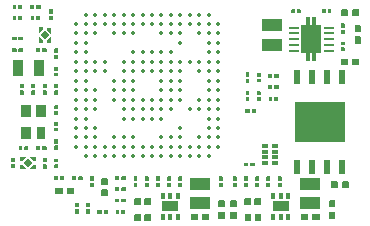
<source format=gtp>
G04 Layer: TopPasteMaskLayer*
G04 EasyEDA v6.5.21, 2022-10-22 16:28:30*
G04 167bdced229c4b2ca01845534b4d4eab,294cf934c43b457281b0b0dcd80bbfec,10*
G04 Gerber Generator version 0.2*
G04 Scale: 100 percent, Rotated: No, Reflected: No *
G04 Dimensions in millimeters *
G04 leading zeros omitted , absolute positions ,4 integer and 5 decimal *
%FSLAX45Y45*%
%MOMM*%

%AMMACRO1*21,1,$1,$2,0,0,$3*%
%AMMACRO2*4,1,5,0.2501,0.1749,0.2501,-0.1749,-0.2501,-0.1749,-0.2501,-0.1251,0.0499,0.1749,0.2501,0.1749,0*%
%AMMACRO3*4,1,6,-0.2249,-0.1751,-0.2249,0.1751,0.2249,0.1751,0.2249,0.125,0.2249,0.0749,-0.0251,-0.1751,-0.2249,-0.1751,0*%
%AMMACRO4*4,1,6,0.2249,-0.1749,-0.2249,-0.1749,-0.2249,0.1749,-0.0751,0.1749,-0.0251,0.1749,0.2249,-0.0751,0.2249,-0.1749,0*%
%AMMACRO5*4,1,6,-0.2251,0.1751,0.2251,0.1751,0.2251,-0.1751,0.1251,-0.1751,0.0249,-0.1751,-0.2251,0.0749,-0.2251,0.1751,0*%
%AMMACRO6*4,1,5,-0.1749,0.2501,0.1749,0.2501,0.1749,-0.2501,0.1251,-0.2501,-0.1749,0.0499,-0.1749,0.2501,0*%
%AMMACRO7*4,1,6,0.1751,-0.2249,-0.1751,-0.2249,-0.1751,0.2249,-0.125,0.2249,-0.0749,0.2249,0.1751,-0.0251,0.1751,-0.2249,0*%
%AMMACRO8*4,1,6,0.1749,0.2249,0.1749,-0.2249,-0.1749,-0.2249,-0.1749,-0.0751,-0.1749,-0.0251,0.0751,0.2249,0.1749,0.2249,0*%
%AMMACRO9*4,1,6,-0.1751,-0.2251,-0.1751,0.2251,0.1751,0.2251,0.1751,0.1251,0.1751,0.0249,-0.0749,-0.2251,-0.1751,-0.2251,0*%
%AMMACRO10*4,1,20,0.8255,-1.1989,0.39,-1.1989,0.39,-1.8999,0.11,-1.8999,0.11,-1.1989,-0.11,-1.1989,-0.11,-1.8999,-0.39,-1.8999,-0.39,-1.1989,-0.8255,-1.1989,-0.8255,1.1989,-0.39,1.1989,-0.39,1.8999,-0.11,1.8999,-0.11,1.1989,0.11,1.1989,0.11,1.8999,0.39,1.8999,0.39,1.1989,0.8255,1.1989,0.8255,-1.1989,0*%
%ADD10MACRO1,1X0.8X90.0000*%
%ADD11R,0.8000X1.0000*%
%ADD12MACRO1,1X0.8X-90.0000*%
%ADD13MACRO2*%
%ADD14MACRO3*%
%ADD15MACRO4*%
%ADD16MACRO5*%
%ADD17MACRO1,0.5X0.5X135.0000*%
%ADD18MACRO6*%
%ADD19MACRO7*%
%ADD20MACRO8*%
%ADD21MACRO9*%
%ADD22MACRO1,0.5X0.5X-135.0000*%
%ADD23MACRO1,1.3X0.925X90.0000*%
%ADD24R,1.7200X1.0000*%
%ADD25C,0.3401*%
%ADD26C,0.3400*%
%ADD27MACRO10*%
%ADD28R,0.8500X0.2800*%
%ADD29R,0.3500X0.5000*%
%ADD30R,1.4500X0.8500*%
%ADD31R,0.5050X0.3000*%
%ADD32MACRO1,0.505X0.3X0.0000*%
%ADD33R,0.6000X1.2000*%
%ADD34R,4.3000X3.4000*%
%ADD35R,0.0126X3.4000*%

%LPD*%
G36*
X2394000Y-372618D02*
G01*
X2386990Y-377596D01*
X2386990Y-422605D01*
X2394000Y-427634D01*
X2442006Y-427634D01*
X2446985Y-422605D01*
X2446985Y-377596D01*
X2442006Y-372618D01*
G37*
G36*
X2296007Y-372618D02*
G01*
X2290978Y-377596D01*
X2290978Y-422605D01*
X2296007Y-427634D01*
X2344013Y-427634D01*
X2351024Y-422605D01*
X2351024Y-377596D01*
X2344013Y-372618D01*
G37*
G36*
X1209090Y-647700D02*
G01*
X1202080Y-652678D01*
X1202080Y-697687D01*
X1209090Y-702716D01*
X1257096Y-702716D01*
X1262075Y-697687D01*
X1262075Y-652678D01*
X1257096Y-647700D01*
G37*
G36*
X1111097Y-647700D02*
G01*
X1106068Y-652678D01*
X1106068Y-697687D01*
X1111097Y-702716D01*
X1159103Y-702716D01*
X1166114Y-697687D01*
X1166114Y-652678D01*
X1159103Y-647700D01*
G37*
G36*
X2498902Y854405D02*
G01*
X2493873Y847445D01*
X2493873Y799439D01*
X2498902Y794410D01*
X2543911Y794410D01*
X2548890Y799439D01*
X2548890Y847445D01*
X2543911Y854405D01*
G37*
G36*
X2498902Y950417D02*
G01*
X2493873Y945438D01*
X2493873Y897432D01*
X2498902Y890422D01*
X2543911Y890422D01*
X2548890Y897432D01*
X2548890Y945438D01*
X2543911Y950417D01*
G37*
G36*
X2383383Y1084834D02*
G01*
X2378354Y1079855D01*
X2378354Y1034846D01*
X2383383Y1029868D01*
X2431389Y1029868D01*
X2438349Y1034846D01*
X2438349Y1079855D01*
X2431389Y1084834D01*
G37*
G36*
X2481376Y1084834D02*
G01*
X2474366Y1079855D01*
X2474366Y1034846D01*
X2481376Y1029868D01*
X2529382Y1029868D01*
X2534361Y1034846D01*
X2534361Y1079855D01*
X2529382Y1084834D01*
G37*
G36*
X2281478Y-628192D02*
G01*
X2276449Y-635152D01*
X2276449Y-683158D01*
X2281478Y-688187D01*
X2326487Y-688187D01*
X2331466Y-683158D01*
X2331466Y-635152D01*
X2326487Y-628192D01*
G37*
G36*
X2281478Y-532180D02*
G01*
X2276449Y-537159D01*
X2276449Y-585165D01*
X2281478Y-592175D01*
X2326487Y-592175D01*
X2331466Y-585165D01*
X2331466Y-537159D01*
X2326487Y-532180D01*
G37*
G36*
X64058Y-424942D02*
G01*
X57048Y-429920D01*
X57048Y-474929D01*
X64058Y-479958D01*
X112064Y-479958D01*
X117043Y-474929D01*
X117043Y-429920D01*
X112064Y-424942D01*
G37*
G36*
X-33934Y-424942D02*
G01*
X-38963Y-429920D01*
X-38963Y-474929D01*
X-33934Y-479958D01*
X14071Y-479958D01*
X21082Y-474929D01*
X21082Y-429920D01*
X14071Y-424942D01*
G37*
G36*
X352501Y-440486D02*
G01*
X347522Y-447497D01*
X347522Y-495503D01*
X352501Y-500481D01*
X397510Y-500481D01*
X402488Y-495503D01*
X402488Y-447497D01*
X397510Y-440486D01*
G37*
G36*
X352501Y-344525D02*
G01*
X347522Y-349504D01*
X347522Y-397510D01*
X352501Y-404520D01*
X397510Y-404520D01*
X402488Y-397510D01*
X402488Y-349504D01*
X397510Y-344525D01*
G37*
G36*
X2383383Y667512D02*
G01*
X2378354Y662533D01*
X2378354Y617524D01*
X2383383Y612546D01*
X2431389Y612546D01*
X2438349Y617524D01*
X2438349Y662533D01*
X2431389Y667512D01*
G37*
G36*
X2481376Y667512D02*
G01*
X2474366Y662533D01*
X2474366Y617524D01*
X2481376Y612546D01*
X2529382Y612546D01*
X2534361Y617524D01*
X2534361Y662533D01*
X2529382Y667512D01*
G37*
G36*
X2144064Y-647700D02*
G01*
X2137054Y-652678D01*
X2137054Y-697687D01*
X2144064Y-702716D01*
X2192070Y-702716D01*
X2197049Y-697687D01*
X2197049Y-652678D01*
X2192070Y-647700D01*
G37*
G36*
X2046071Y-647700D02*
G01*
X2041042Y-652678D01*
X2041042Y-697687D01*
X2046071Y-702716D01*
X2094077Y-702716D01*
X2101088Y-697687D01*
X2101088Y-652678D01*
X2094077Y-647700D01*
G37*
G36*
X1446580Y-628192D02*
G01*
X1441551Y-635152D01*
X1441551Y-683158D01*
X1446580Y-688187D01*
X1491589Y-688187D01*
X1496568Y-683158D01*
X1496568Y-635152D01*
X1491589Y-628192D01*
G37*
G36*
X1446580Y-532180D02*
G01*
X1441551Y-537159D01*
X1441551Y-585165D01*
X1446580Y-592175D01*
X1491589Y-592175D01*
X1496568Y-585165D01*
X1496568Y-537159D01*
X1491589Y-532180D01*
G37*
G36*
X1346504Y-628192D02*
G01*
X1341475Y-635152D01*
X1341475Y-683158D01*
X1346504Y-688187D01*
X1391513Y-688187D01*
X1396492Y-683158D01*
X1396492Y-635152D01*
X1391513Y-628192D01*
G37*
G36*
X1346504Y-532180D02*
G01*
X1341475Y-537159D01*
X1341475Y-585165D01*
X1346504Y-592175D01*
X1391513Y-592175D01*
X1396492Y-585165D01*
X1396492Y-537159D01*
X1391513Y-532180D01*
G37*
G36*
X-338937Y453288D02*
G01*
X-341376Y450900D01*
X-341376Y417931D01*
X-338937Y415543D01*
X-311353Y415543D01*
X-308965Y417931D01*
X-308965Y450900D01*
X-311353Y453288D01*
G37*
G36*
X-338937Y399338D02*
G01*
X-341376Y396951D01*
X-341376Y363982D01*
X-338937Y361594D01*
X-311353Y361594D01*
X-308965Y363982D01*
X-308965Y396951D01*
X-311353Y399338D01*
G37*
G36*
X-254457Y1121156D02*
G01*
X-256844Y1118717D01*
X-256844Y1091133D01*
X-254457Y1088745D01*
X-221488Y1088745D01*
X-219100Y1091133D01*
X-219100Y1118717D01*
X-221488Y1121156D01*
G37*
G36*
X-200507Y1121156D02*
G01*
X-202895Y1118717D01*
X-202895Y1091133D01*
X-200507Y1088745D01*
X-167538Y1088745D01*
X-165150Y1091133D01*
X-165150Y1118717D01*
X-167538Y1121156D01*
G37*
G36*
X-149656Y-76352D02*
G01*
X-152044Y-78740D01*
X-152044Y-106375D01*
X-149656Y-108762D01*
X-116738Y-108762D01*
X-114300Y-106375D01*
X-114300Y-78740D01*
X-116738Y-76352D01*
G37*
G36*
X-203606Y-76352D02*
G01*
X-205994Y-78740D01*
X-205994Y-106375D01*
X-203606Y-108762D01*
X-170688Y-108762D01*
X-168249Y-106375D01*
X-168249Y-78740D01*
X-170688Y-76352D01*
G37*
G36*
X-349656Y753618D02*
G01*
X-352044Y751230D01*
X-352044Y723646D01*
X-349656Y721258D01*
X-316738Y721258D01*
X-314299Y723646D01*
X-314299Y751230D01*
X-316738Y753618D01*
G37*
G36*
X-403606Y753618D02*
G01*
X-405993Y751230D01*
X-405993Y723646D01*
X-403606Y721258D01*
X-370687Y721258D01*
X-368249Y723646D01*
X-368249Y751230D01*
X-370687Y753618D01*
G37*
G36*
X-349656Y853643D02*
G01*
X-352044Y851255D01*
X-352044Y823620D01*
X-349656Y821232D01*
X-316738Y821232D01*
X-314299Y823620D01*
X-314299Y851255D01*
X-316738Y853643D01*
G37*
G36*
X-403606Y853643D02*
G01*
X-405993Y851255D01*
X-405993Y823620D01*
X-403606Y821232D01*
X-370687Y821232D01*
X-368249Y823620D01*
X-368249Y851255D01*
X-370687Y853643D01*
G37*
G36*
X-350520Y1026160D02*
G01*
X-352907Y1023721D01*
X-352907Y996137D01*
X-350520Y993749D01*
X-324104Y993749D01*
X-321716Y996137D01*
X-321716Y1023721D01*
X-324104Y1026160D01*
G37*
G36*
X-397916Y1026160D02*
G01*
X-400304Y1023721D01*
X-400304Y996137D01*
X-397916Y993749D01*
X-371500Y993749D01*
X-369112Y996137D01*
X-369112Y1023721D01*
X-371500Y1026160D01*
G37*
G36*
X-245414Y1026109D02*
G01*
X-247802Y1023721D01*
X-247802Y996137D01*
X-245414Y993749D01*
X-218998Y993749D01*
X-216611Y996137D01*
X-216611Y1023721D01*
X-218998Y1026109D01*
G37*
G36*
X-198018Y1026109D02*
G01*
X-200406Y1023721D01*
X-200406Y996137D01*
X-198018Y993749D01*
X-171602Y993749D01*
X-169214Y996137D01*
X-169214Y1023721D01*
X-171602Y1026109D01*
G37*
G36*
X-299669Y-76352D02*
G01*
X-302056Y-78740D01*
X-302056Y-106375D01*
X-299669Y-108762D01*
X-273253Y-108762D01*
X-270865Y-106375D01*
X-270865Y-78740D01*
X-273253Y-76352D01*
G37*
G36*
X-347065Y-76352D02*
G01*
X-349453Y-78740D01*
X-349453Y-106375D01*
X-347065Y-108762D01*
X-320649Y-108762D01*
X-318262Y-106375D01*
X-318262Y-78740D01*
X-320649Y-76352D01*
G37*
G36*
X-46482Y271729D02*
G01*
X-48869Y269341D01*
X-48869Y242925D01*
X-46482Y240538D01*
X-18846Y240538D01*
X-16459Y242925D01*
X-16459Y269341D01*
X-18846Y271729D01*
G37*
G36*
X-46482Y224332D02*
G01*
X-48869Y221945D01*
X-48869Y195529D01*
X-46482Y193141D01*
X-18846Y193141D01*
X-16459Y195529D01*
X-16459Y221945D01*
X-18846Y224332D01*
G37*
G36*
X-46482Y129235D02*
G01*
X-48869Y126847D01*
X-48869Y100431D01*
X-46482Y98044D01*
X-18846Y98044D01*
X-16459Y100431D01*
X-16459Y126847D01*
X-18846Y129235D01*
G37*
G36*
X-46482Y81838D02*
G01*
X-48869Y79451D01*
X-48869Y53035D01*
X-46482Y50596D01*
X-18846Y50596D01*
X-16459Y53035D01*
X-16459Y79451D01*
X-18846Y81838D01*
G37*
G36*
X-46482Y596747D02*
G01*
X-48869Y594360D01*
X-48869Y567944D01*
X-46482Y565556D01*
X-18846Y565556D01*
X-16459Y567944D01*
X-16459Y594360D01*
X-18846Y596747D01*
G37*
G36*
X-46482Y549351D02*
G01*
X-48869Y546912D01*
X-48869Y520496D01*
X-46482Y518109D01*
X-18846Y518109D01*
X-16459Y520496D01*
X-16459Y546912D01*
X-18846Y549351D01*
G37*
G36*
X-89814Y1031849D02*
G01*
X-92202Y1029462D01*
X-92202Y996492D01*
X-89814Y994105D01*
X-62230Y994105D01*
X-59791Y996492D01*
X-59791Y1029462D01*
X-62230Y1031849D01*
G37*
G36*
X-89814Y1085799D02*
G01*
X-92202Y1083360D01*
X-92202Y1050442D01*
X-89814Y1048054D01*
X-62230Y1048054D01*
X-59791Y1050442D01*
X-59791Y1083360D01*
X-62230Y1085799D01*
G37*
G36*
X-203606Y753618D02*
G01*
X-205994Y751230D01*
X-205994Y723646D01*
X-203606Y721258D01*
X-170688Y721258D01*
X-168249Y723646D01*
X-168249Y751230D01*
X-170688Y753618D01*
G37*
G36*
X-149656Y753618D02*
G01*
X-152044Y751230D01*
X-152044Y723646D01*
X-149656Y721258D01*
X-116738Y721258D01*
X-114300Y723646D01*
X-114300Y751230D01*
X-116738Y753618D01*
G37*
G36*
X-350520Y1121156D02*
G01*
X-352907Y1118717D01*
X-352907Y1091133D01*
X-350520Y1088745D01*
X-324104Y1088745D01*
X-321716Y1091133D01*
X-321716Y1118717D01*
X-324104Y1121156D01*
G37*
G36*
X-397916Y1121156D02*
G01*
X-400304Y1118717D01*
X-400304Y1091133D01*
X-397916Y1088745D01*
X-371500Y1088745D01*
X-369112Y1091133D01*
X-369112Y1118717D01*
X-371500Y1121156D01*
G37*
G36*
X474573Y-613867D02*
G01*
X472185Y-616254D01*
X472185Y-643839D01*
X474573Y-646277D01*
X500989Y-646277D01*
X503377Y-643839D01*
X503377Y-616254D01*
X500989Y-613867D01*
G37*
G36*
X521970Y-613867D02*
G01*
X519582Y-616254D01*
X519582Y-643839D01*
X521970Y-646277D01*
X548386Y-646277D01*
X550824Y-643839D01*
X550824Y-616254D01*
X548386Y-613867D01*
G37*
G36*
X1570532Y241147D02*
G01*
X1568145Y238760D01*
X1568145Y211124D01*
X1570532Y208737D01*
X1603502Y208737D01*
X1605889Y211124D01*
X1605889Y238760D01*
X1603502Y241147D01*
G37*
G36*
X1624533Y241147D02*
G01*
X1622094Y238760D01*
X1622094Y211124D01*
X1624533Y208737D01*
X1657451Y208737D01*
X1659839Y211124D01*
X1659839Y238760D01*
X1657451Y241147D01*
G37*
G36*
X1769567Y343662D02*
G01*
X1767179Y341223D01*
X1767179Y313639D01*
X1769567Y311251D01*
X1795983Y311251D01*
X1798370Y313639D01*
X1798370Y341223D01*
X1795983Y343662D01*
G37*
G36*
X1817014Y343662D02*
G01*
X1814575Y341223D01*
X1814575Y313639D01*
X1817014Y311251D01*
X1843379Y311251D01*
X1845818Y313639D01*
X1845818Y341223D01*
X1843379Y343662D01*
G37*
G36*
X-46482Y-228142D02*
G01*
X-48869Y-230581D01*
X-48869Y-256997D01*
X-46482Y-259384D01*
X-18846Y-259384D01*
X-16459Y-256997D01*
X-16459Y-230581D01*
X-18846Y-228142D01*
G37*
G36*
X-46482Y-180746D02*
G01*
X-48869Y-183134D01*
X-48869Y-209550D01*
X-46482Y-211937D01*
X-18846Y-211937D01*
X-16459Y-209550D01*
X-16459Y-183134D01*
X-18846Y-180746D01*
G37*
G36*
X1667713Y496824D02*
G01*
X1665274Y494436D01*
X1665274Y468020D01*
X1667713Y465632D01*
X1695297Y465632D01*
X1697685Y468020D01*
X1697685Y494436D01*
X1695297Y496824D01*
G37*
G36*
X1667713Y544271D02*
G01*
X1665274Y541832D01*
X1665274Y515416D01*
X1667713Y513029D01*
X1695297Y513029D01*
X1697685Y515416D01*
X1697685Y541832D01*
X1695297Y544271D01*
G37*
G36*
X1667713Y341833D02*
G01*
X1665274Y339445D01*
X1665274Y313029D01*
X1667713Y310642D01*
X1695297Y310642D01*
X1697685Y313029D01*
X1697685Y339445D01*
X1695297Y341833D01*
G37*
G36*
X1667713Y389229D02*
G01*
X1665274Y386842D01*
X1665274Y360426D01*
X1667713Y358038D01*
X1695297Y358038D01*
X1697685Y360426D01*
X1697685Y386842D01*
X1695297Y389229D01*
G37*
G36*
X2222093Y1083614D02*
G01*
X2219655Y1081227D01*
X2219655Y1053642D01*
X2222093Y1051255D01*
X2248509Y1051255D01*
X2250897Y1053642D01*
X2250897Y1081227D01*
X2248509Y1083614D01*
G37*
G36*
X2269490Y1083614D02*
G01*
X2267102Y1081227D01*
X2267102Y1053642D01*
X2269490Y1051255D01*
X2295906Y1051255D01*
X2298293Y1053642D01*
X2298293Y1081227D01*
X2295906Y1083614D01*
G37*
G36*
X1962099Y1083614D02*
G01*
X1959660Y1081227D01*
X1959660Y1053642D01*
X1962099Y1051255D01*
X1988515Y1051255D01*
X1990902Y1053642D01*
X1990902Y1081227D01*
X1988515Y1083614D01*
G37*
G36*
X2009495Y1083614D02*
G01*
X2007107Y1081227D01*
X2007107Y1053642D01*
X2009495Y1051255D01*
X2035911Y1051255D01*
X2038299Y1053642D01*
X2038299Y1081227D01*
X2035911Y1083614D01*
G37*
G36*
X2380183Y761847D02*
G01*
X2377795Y759460D01*
X2377795Y733044D01*
X2380183Y730605D01*
X2407767Y730605D01*
X2410206Y733044D01*
X2410206Y759460D01*
X2407767Y761847D01*
G37*
G36*
X2380183Y809244D02*
G01*
X2377795Y806856D01*
X2377795Y780440D01*
X2380183Y778052D01*
X2407767Y778052D01*
X2410206Y780440D01*
X2410206Y806856D01*
X2407767Y809244D01*
G37*
G36*
X1611985Y-213867D02*
G01*
X1609598Y-216255D01*
X1609598Y-243890D01*
X1611985Y-246278D01*
X1644954Y-246278D01*
X1647342Y-243890D01*
X1647342Y-216255D01*
X1644954Y-213867D01*
G37*
G36*
X1558036Y-213867D02*
G01*
X1555648Y-216255D01*
X1555648Y-243890D01*
X1558036Y-246278D01*
X1591005Y-246278D01*
X1593392Y-243890D01*
X1593392Y-216255D01*
X1591005Y-213867D01*
G37*
G36*
X1655216Y-329234D02*
G01*
X1652778Y-331622D01*
X1652778Y-364591D01*
X1655216Y-366979D01*
X1682800Y-366979D01*
X1685188Y-364591D01*
X1685188Y-331622D01*
X1682800Y-329234D01*
G37*
G36*
X1655216Y-383184D02*
G01*
X1652778Y-385572D01*
X1652778Y-418490D01*
X1655216Y-420928D01*
X1682800Y-420928D01*
X1685188Y-418490D01*
X1685188Y-385572D01*
X1682800Y-383184D01*
G37*
G36*
X1572717Y395782D02*
G01*
X1570278Y393344D01*
X1570278Y360426D01*
X1572717Y358038D01*
X1600301Y358038D01*
X1602689Y360426D01*
X1602689Y393344D01*
X1600301Y395782D01*
G37*
G36*
X1572717Y341833D02*
G01*
X1570278Y339445D01*
X1570278Y306476D01*
X1572717Y304088D01*
X1600301Y304088D01*
X1602689Y306476D01*
X1602689Y339445D01*
X1600301Y341833D01*
G37*
G36*
X1750212Y-329234D02*
G01*
X1747774Y-331622D01*
X1747774Y-364591D01*
X1750212Y-366979D01*
X1777796Y-366979D01*
X1780184Y-364591D01*
X1780184Y-331622D01*
X1777796Y-329234D01*
G37*
G36*
X1750212Y-383184D02*
G01*
X1747774Y-385572D01*
X1747774Y-418541D01*
X1750212Y-420928D01*
X1777796Y-420928D01*
X1780184Y-418541D01*
X1780184Y-385572D01*
X1777796Y-383184D01*
G37*
G36*
X2380183Y965758D02*
G01*
X2377795Y963371D01*
X2377795Y930452D01*
X2380183Y928014D01*
X2407767Y928014D01*
X2410206Y930452D01*
X2410206Y963371D01*
X2407767Y965758D01*
G37*
G36*
X2380183Y911860D02*
G01*
X2377795Y909421D01*
X2377795Y876503D01*
X2380183Y874115D01*
X2407767Y874115D01*
X2410206Y876503D01*
X2410206Y909421D01*
X2407767Y911860D01*
G37*
G36*
X1465173Y-329234D02*
G01*
X1462786Y-331622D01*
X1462786Y-364591D01*
X1465173Y-366979D01*
X1492808Y-366979D01*
X1495196Y-364591D01*
X1495196Y-331622D01*
X1492808Y-329234D01*
G37*
G36*
X1465173Y-383184D02*
G01*
X1462786Y-385572D01*
X1462786Y-418541D01*
X1465173Y-420928D01*
X1492808Y-420928D01*
X1495196Y-418541D01*
X1495196Y-385572D01*
X1492808Y-383184D01*
G37*
G36*
X1560169Y-383184D02*
G01*
X1557782Y-385572D01*
X1557782Y-418541D01*
X1560169Y-420928D01*
X1587804Y-420928D01*
X1590192Y-418541D01*
X1590192Y-385572D01*
X1587804Y-383184D01*
G37*
G36*
X1560169Y-329234D02*
G01*
X1557782Y-331622D01*
X1557782Y-364591D01*
X1560169Y-366979D01*
X1587804Y-366979D01*
X1590192Y-364591D01*
X1590192Y-331622D01*
X1587804Y-329234D01*
G37*
G36*
X1845208Y-329234D02*
G01*
X1842770Y-331622D01*
X1842770Y-364591D01*
X1845208Y-366979D01*
X1872792Y-366979D01*
X1875180Y-364591D01*
X1875180Y-331622D01*
X1872792Y-329234D01*
G37*
G36*
X1845208Y-383184D02*
G01*
X1842770Y-385572D01*
X1842770Y-418541D01*
X1845208Y-420928D01*
X1872792Y-420928D01*
X1875180Y-418541D01*
X1875180Y-385572D01*
X1872792Y-383184D01*
G37*
G36*
X-51968Y-328879D02*
G01*
X-54356Y-331266D01*
X-54356Y-358851D01*
X-51968Y-361238D01*
X-18999Y-361238D01*
X-16611Y-358851D01*
X-16611Y-331266D01*
X-18999Y-328879D01*
G37*
G36*
X1981Y-328879D02*
G01*
X-406Y-331266D01*
X-406Y-358851D01*
X1981Y-361238D01*
X34950Y-361238D01*
X37338Y-358851D01*
X37338Y-331266D01*
X34950Y-328879D01*
G37*
G36*
X1572717Y550773D02*
G01*
X1570278Y548386D01*
X1570278Y515416D01*
X1572717Y513029D01*
X1600301Y513029D01*
X1602689Y515416D01*
X1602689Y548386D01*
X1600301Y550773D01*
G37*
G36*
X1572717Y496824D02*
G01*
X1570278Y494436D01*
X1570278Y461467D01*
X1572717Y459079D01*
X1600301Y459079D01*
X1602689Y461467D01*
X1602689Y494436D01*
X1600301Y496824D01*
G37*
G36*
X256184Y-383082D02*
G01*
X253796Y-385521D01*
X253796Y-418439D01*
X256184Y-420827D01*
X283819Y-420827D01*
X286207Y-418439D01*
X286207Y-385521D01*
X283819Y-383082D01*
G37*
G36*
X256184Y-329133D02*
G01*
X253796Y-331571D01*
X253796Y-364490D01*
X256184Y-366877D01*
X283819Y-366877D01*
X286207Y-364490D01*
X286207Y-331571D01*
X283819Y-329133D01*
G37*
G36*
X-46482Y-68173D02*
G01*
X-48869Y-70561D01*
X-48869Y-103530D01*
X-46482Y-105918D01*
X-18846Y-105918D01*
X-16459Y-103530D01*
X-16459Y-70561D01*
X-18846Y-68173D01*
G37*
G36*
X-46482Y-14224D02*
G01*
X-48869Y-16611D01*
X-48869Y-49580D01*
X-46482Y-51968D01*
X-18846Y-51968D01*
X-16459Y-49580D01*
X-16459Y-16611D01*
X-18846Y-14224D01*
G37*
G36*
X-46482Y399338D02*
G01*
X-48869Y396951D01*
X-48869Y363982D01*
X-46482Y361594D01*
X-18846Y361594D01*
X-16459Y363982D01*
X-16459Y396951D01*
X-18846Y399338D01*
G37*
G36*
X-46482Y453288D02*
G01*
X-48869Y450900D01*
X-48869Y417931D01*
X-46482Y415543D01*
X-18846Y415543D01*
X-16459Y417931D01*
X-16459Y450900D01*
X-18846Y453288D01*
G37*
G36*
X-143967Y453288D02*
G01*
X-146354Y450900D01*
X-146354Y417931D01*
X-143967Y415543D01*
X-116382Y415543D01*
X-113944Y417931D01*
X-113944Y450900D01*
X-116382Y453288D01*
G37*
G36*
X-143967Y399338D02*
G01*
X-146354Y396951D01*
X-146354Y363982D01*
X-143967Y361594D01*
X-116382Y361594D01*
X-113944Y363982D01*
X-113944Y396951D01*
X-116382Y399338D01*
G37*
G36*
X-241452Y399338D02*
G01*
X-243840Y396951D01*
X-243840Y363982D01*
X-241452Y361594D01*
X-213867Y361594D01*
X-211480Y363982D01*
X-211480Y396951D01*
X-213867Y399338D01*
G37*
G36*
X-241452Y453288D02*
G01*
X-243840Y450900D01*
X-243840Y417931D01*
X-241452Y415543D01*
X-213867Y415543D01*
X-211480Y417931D01*
X-211480Y450900D01*
X-213867Y453288D01*
G37*
G36*
X128676Y-554177D02*
G01*
X126288Y-556564D01*
X126288Y-589483D01*
X128676Y-591921D01*
X156311Y-591921D01*
X158699Y-589483D01*
X158699Y-556564D01*
X156311Y-554177D01*
G37*
G36*
X128676Y-608076D02*
G01*
X126288Y-610514D01*
X126288Y-643432D01*
X128676Y-645820D01*
X156311Y-645820D01*
X158699Y-643432D01*
X158699Y-610514D01*
X156311Y-608076D01*
G37*
G36*
X468071Y-518871D02*
G01*
X465632Y-521258D01*
X465632Y-548843D01*
X468071Y-551281D01*
X500989Y-551281D01*
X503377Y-548843D01*
X503377Y-521258D01*
X500989Y-518871D01*
G37*
G36*
X521970Y-518871D02*
G01*
X519582Y-521258D01*
X519582Y-548843D01*
X521970Y-551281D01*
X554939Y-551281D01*
X557326Y-548843D01*
X557326Y-521258D01*
X554939Y-518871D01*
G37*
G36*
X223723Y-608076D02*
G01*
X221284Y-610514D01*
X221284Y-643432D01*
X223723Y-645820D01*
X251307Y-645820D01*
X253695Y-643432D01*
X253695Y-610514D01*
X251307Y-608076D01*
G37*
G36*
X223723Y-554177D02*
G01*
X221284Y-556564D01*
X221284Y-589483D01*
X223723Y-591921D01*
X251307Y-591921D01*
X253695Y-589483D01*
X253695Y-556564D01*
X251307Y-554177D01*
G37*
G36*
X-46482Y753262D02*
G01*
X-48869Y750874D01*
X-48869Y717956D01*
X-46482Y715518D01*
X-18846Y715518D01*
X-16459Y717956D01*
X-16459Y750874D01*
X-18846Y753262D01*
G37*
G36*
X-46482Y699312D02*
G01*
X-48869Y696925D01*
X-48869Y664006D01*
X-46482Y661568D01*
X-18846Y661568D01*
X-16459Y664006D01*
X-16459Y696925D01*
X-18846Y699312D01*
G37*
G36*
X157022Y-328879D02*
G01*
X154584Y-331266D01*
X154584Y-358851D01*
X157022Y-361289D01*
X189941Y-361289D01*
X192328Y-358851D01*
X192328Y-331266D01*
X189941Y-328879D01*
G37*
G36*
X103073Y-328879D02*
G01*
X100685Y-331266D01*
X100685Y-358851D01*
X103073Y-361289D01*
X135991Y-361289D01*
X138430Y-358851D01*
X138430Y-331266D01*
X135991Y-328879D01*
G37*
G36*
X319074Y-613816D02*
G01*
X316636Y-616204D01*
X316636Y-643788D01*
X319074Y-646176D01*
X351993Y-646176D01*
X354380Y-643788D01*
X354380Y-616204D01*
X351993Y-613816D01*
G37*
G36*
X372973Y-613816D02*
G01*
X370586Y-616204D01*
X370586Y-643788D01*
X372973Y-646176D01*
X405942Y-646176D01*
X408330Y-643788D01*
X408330Y-616204D01*
X405942Y-613816D01*
G37*
G36*
X1005179Y-329234D02*
G01*
X1002792Y-331622D01*
X1002792Y-364591D01*
X1005179Y-366979D01*
X1032814Y-366979D01*
X1035202Y-364591D01*
X1035202Y-331622D01*
X1032814Y-329234D01*
G37*
G36*
X1005179Y-383184D02*
G01*
X1002792Y-385572D01*
X1002792Y-418541D01*
X1005179Y-420928D01*
X1032814Y-420928D01*
X1035202Y-418541D01*
X1035202Y-385572D01*
X1032814Y-383184D01*
G37*
G36*
X521970Y-423875D02*
G01*
X519582Y-426262D01*
X519582Y-453898D01*
X521970Y-456285D01*
X554939Y-456285D01*
X557326Y-453898D01*
X557326Y-426262D01*
X554939Y-423875D01*
G37*
G36*
X468071Y-423875D02*
G01*
X465632Y-426262D01*
X465632Y-453898D01*
X468071Y-456285D01*
X500989Y-456285D01*
X503377Y-453898D01*
X503377Y-426262D01*
X500989Y-423875D01*
G37*
G36*
X1347673Y-383184D02*
G01*
X1345285Y-385572D01*
X1345285Y-418541D01*
X1347673Y-420928D01*
X1375308Y-420928D01*
X1377696Y-418541D01*
X1377696Y-385572D01*
X1375308Y-383184D01*
G37*
G36*
X1347673Y-329234D02*
G01*
X1345285Y-331622D01*
X1345285Y-364591D01*
X1347673Y-366979D01*
X1375308Y-366979D01*
X1377696Y-364591D01*
X1377696Y-331622D01*
X1375308Y-329234D01*
G37*
G36*
X910183Y-383184D02*
G01*
X907796Y-385572D01*
X907796Y-418490D01*
X910183Y-420928D01*
X937768Y-420928D01*
X940206Y-418490D01*
X940206Y-385572D01*
X937768Y-383184D01*
G37*
G36*
X910183Y-329234D02*
G01*
X907796Y-331622D01*
X907796Y-364591D01*
X910183Y-366979D01*
X937768Y-366979D01*
X940206Y-364591D01*
X940206Y-331622D01*
X937768Y-329234D01*
G37*
G36*
X815187Y-329234D02*
G01*
X812800Y-331622D01*
X812800Y-364591D01*
X815187Y-366979D01*
X842771Y-366979D01*
X845210Y-364591D01*
X845210Y-331622D01*
X842771Y-329234D01*
G37*
G36*
X815187Y-383184D02*
G01*
X812800Y-385572D01*
X812800Y-418541D01*
X815187Y-420928D01*
X842771Y-420928D01*
X845210Y-418541D01*
X845210Y-385572D01*
X842771Y-383184D01*
G37*
G36*
X720191Y-383184D02*
G01*
X717804Y-385572D01*
X717804Y-418490D01*
X720191Y-420928D01*
X747776Y-420928D01*
X750163Y-418490D01*
X750163Y-385572D01*
X747776Y-383184D01*
G37*
G36*
X720191Y-329234D02*
G01*
X717804Y-331622D01*
X717804Y-364591D01*
X720191Y-366979D01*
X747776Y-366979D01*
X750163Y-364591D01*
X750163Y-331622D01*
X747776Y-329234D01*
G37*
G36*
X625195Y-329234D02*
G01*
X622808Y-331622D01*
X622808Y-364591D01*
X625195Y-366979D01*
X652780Y-366979D01*
X655167Y-364591D01*
X655167Y-331622D01*
X652780Y-329234D01*
G37*
G36*
X625195Y-383184D02*
G01*
X622808Y-385572D01*
X622808Y-418490D01*
X625195Y-420928D01*
X652780Y-420928D01*
X655167Y-418490D01*
X655167Y-385572D01*
X652780Y-383184D01*
G37*
G36*
X1651507Y-650544D02*
G01*
X1647494Y-654558D01*
X1647494Y-700582D01*
X1651507Y-704545D01*
X1701546Y-704545D01*
X1705559Y-700582D01*
X1705559Y-654558D01*
X1701546Y-650544D01*
G37*
G36*
X1566418Y-650544D02*
G01*
X1562455Y-654558D01*
X1562455Y-700582D01*
X1566418Y-704545D01*
X1616506Y-704545D01*
X1620520Y-700582D01*
X1620520Y-654558D01*
X1616506Y-650544D01*
G37*
G36*
X1563928Y-515569D02*
G01*
X1559915Y-519582D01*
X1559915Y-565556D01*
X1563928Y-569569D01*
X1614017Y-569569D01*
X1617980Y-565556D01*
X1617980Y-519582D01*
X1614017Y-515569D01*
G37*
G36*
X1649018Y-515569D02*
G01*
X1645005Y-519582D01*
X1645005Y-565556D01*
X1649018Y-569569D01*
X1699056Y-569569D01*
X1703070Y-565556D01*
X1703070Y-519582D01*
X1699056Y-515569D01*
G37*
G36*
X631444Y-515569D02*
G01*
X627430Y-519582D01*
X627430Y-565556D01*
X631444Y-569569D01*
X681482Y-569569D01*
X685495Y-565556D01*
X685495Y-519582D01*
X681482Y-515569D01*
G37*
G36*
X716483Y-515569D02*
G01*
X712520Y-519582D01*
X712520Y-565556D01*
X716483Y-569569D01*
X766572Y-569569D01*
X770585Y-565556D01*
X770585Y-519582D01*
X766572Y-515569D01*
G37*
G36*
X716483Y-650544D02*
G01*
X712520Y-654558D01*
X712520Y-700582D01*
X716483Y-704545D01*
X766572Y-704545D01*
X770585Y-700582D01*
X770585Y-654558D01*
X766572Y-650544D01*
G37*
G36*
X631444Y-650544D02*
G01*
X627430Y-654558D01*
X627430Y-700582D01*
X631444Y-704545D01*
X681482Y-704545D01*
X685495Y-700582D01*
X685495Y-654558D01*
X681482Y-650544D01*
G37*
G36*
X1817014Y443636D02*
G01*
X1814575Y441248D01*
X1814575Y413613D01*
X1817014Y411226D01*
X1849932Y411226D01*
X1852320Y413613D01*
X1852320Y441248D01*
X1849932Y443636D01*
G37*
G36*
X1763064Y443636D02*
G01*
X1760626Y441248D01*
X1760626Y413613D01*
X1763064Y411226D01*
X1795983Y411226D01*
X1798370Y413613D01*
X1798370Y441248D01*
X1795983Y443636D01*
G37*
G36*
X1763064Y538632D02*
G01*
X1760626Y536244D01*
X1760626Y508660D01*
X1763064Y506222D01*
X1795983Y506222D01*
X1798370Y508660D01*
X1798370Y536244D01*
X1795983Y538632D01*
G37*
G36*
X1817014Y538632D02*
G01*
X1814575Y536244D01*
X1814575Y508660D01*
X1817014Y506222D01*
X1849932Y506222D01*
X1852320Y508660D01*
X1852320Y536244D01*
X1849932Y538632D01*
G37*
G36*
X-143967Y-174193D02*
G01*
X-146354Y-176631D01*
X-146354Y-209550D01*
X-143967Y-211937D01*
X-116382Y-211937D01*
X-113944Y-209550D01*
X-113944Y-176631D01*
X-116382Y-174193D01*
G37*
G36*
X-143967Y-228142D02*
G01*
X-146354Y-230581D01*
X-146354Y-263499D01*
X-143967Y-265887D01*
X-116382Y-265887D01*
X-113944Y-263499D01*
X-113944Y-230581D01*
X-116382Y-228142D01*
G37*
G36*
X-411480Y-225653D02*
G01*
X-413867Y-228041D01*
X-413867Y-261010D01*
X-411480Y-263398D01*
X-383844Y-263398D01*
X-381457Y-261010D01*
X-381457Y-228041D01*
X-383844Y-225653D01*
G37*
G36*
X-411480Y-171704D02*
G01*
X-413867Y-174142D01*
X-413867Y-207060D01*
X-411480Y-209448D01*
X-383844Y-209448D01*
X-381457Y-207060D01*
X-381457Y-174142D01*
X-383844Y-171704D01*
G37*
G36*
X468071Y-328879D02*
G01*
X465632Y-331266D01*
X465632Y-358851D01*
X468071Y-361289D01*
X500989Y-361289D01*
X503377Y-358851D01*
X503377Y-331266D01*
X500989Y-328879D01*
G37*
G36*
X521970Y-328879D02*
G01*
X519582Y-331266D01*
X519582Y-358851D01*
X521970Y-361289D01*
X554939Y-361289D01*
X557326Y-358851D01*
X557326Y-331266D01*
X554939Y-328879D01*
G37*
D10*
G01*
X-285165Y219923D03*
G01*
X-285150Y39938D03*
D11*
G01*
X-165160Y39944D03*
D12*
G01*
X-165176Y219933D03*
D13*
G01*
X-232671Y-252568D03*
D14*
G01*
X-310169Y-182571D03*
D15*
G01*
X-310169Y-252568D03*
D16*
G01*
X-230172Y-182571D03*
D17*
G01*
X-270177Y-217576D03*
D18*
G01*
X-95159Y904925D03*
D19*
G01*
X-165157Y827427D03*
D20*
G01*
X-95159Y827427D03*
D21*
G01*
X-165157Y907425D03*
D22*
G01*
X-130152Y867420D03*
D23*
G01*
X-353909Y584934D03*
G01*
X-181410Y584934D03*
D24*
G01*
X1794017Y782132D03*
G01*
X1794017Y947714D03*
G01*
X1183985Y-557870D03*
G01*
X1183985Y-392287D03*
G01*
X2118984Y-557870D03*
G01*
X2118984Y-392287D03*
D25*
G01*
X1339001Y959906D03*
G01*
X1339001Y879922D03*
G01*
X1339001Y799912D03*
G01*
X1339001Y719927D03*
G01*
X1339001Y639917D03*
G01*
X1339001Y559907D03*
G01*
X1339001Y479922D03*
G01*
X1339001Y399912D03*
G01*
X1339001Y319928D03*
G01*
X1339001Y239918D03*
G01*
X1339001Y159908D03*
G01*
X1339001Y79923D03*
G01*
X1339001Y-86D03*
G01*
X1339001Y-80070D03*
G01*
X1258991Y1039916D03*
G01*
X1258991Y959906D03*
G01*
X1258991Y879922D03*
G01*
X1258991Y799912D03*
G01*
X1258991Y719927D03*
G01*
X1258991Y639917D03*
G01*
X1258991Y559907D03*
G01*
X1258991Y479922D03*
G01*
X1258991Y399912D03*
G01*
X1258991Y319928D03*
G01*
X1258991Y239918D03*
G01*
X1258991Y159908D03*
G01*
X1258991Y79923D03*
G01*
X1258991Y-86D03*
G01*
X1258991Y-80070D03*
G01*
X1258991Y-160080D03*
G01*
X1179007Y1039916D03*
G01*
X1179007Y959906D03*
G01*
X1179007Y879922D03*
G01*
X1179007Y639917D03*
G01*
X1179007Y559907D03*
G01*
X1179007Y319928D03*
G01*
X1179007Y239918D03*
G01*
X1179007Y-86D03*
G01*
X1179007Y-80070D03*
G01*
X1179007Y-160080D03*
G01*
X1098997Y1039916D03*
G01*
X1098997Y959906D03*
G01*
X1098997Y639917D03*
G01*
X1098997Y239918D03*
G01*
X1098997Y-80070D03*
G01*
X1098997Y-160080D03*
G01*
X1019012Y1039916D03*
G01*
X1019012Y959906D03*
G01*
X1019012Y879922D03*
G01*
X1019012Y799912D03*
G01*
X1019012Y639917D03*
G01*
X1019012Y559907D03*
G01*
X1019012Y479922D03*
G01*
X1019012Y399912D03*
G01*
X1019012Y319928D03*
G01*
X1019012Y79923D03*
G01*
X1019012Y-86D03*
G01*
X1019012Y-80070D03*
G01*
X1019012Y-160080D03*
G01*
X939002Y1039916D03*
G01*
X939002Y959906D03*
G01*
X939002Y879922D03*
G01*
X939002Y719927D03*
G01*
X939002Y639917D03*
G01*
X939002Y559907D03*
G01*
X939002Y479922D03*
G01*
X939002Y399912D03*
G01*
X939002Y319928D03*
G01*
X939002Y239918D03*
G01*
X939002Y-86D03*
G01*
X939002Y-80070D03*
G01*
X939002Y-160080D03*
G01*
X858992Y1039916D03*
G01*
X858992Y959906D03*
G01*
X858992Y879922D03*
G01*
X858992Y719927D03*
G01*
X858992Y639917D03*
G01*
X858992Y559907D03*
G01*
X858992Y479922D03*
G01*
X858992Y399912D03*
G01*
X858992Y319928D03*
G01*
X858992Y239918D03*
G01*
X858992Y159908D03*
G01*
X858992Y-86D03*
G01*
X858992Y-80070D03*
G01*
X858992Y-160080D03*
G01*
X779007Y1039916D03*
G01*
X779007Y959906D03*
G01*
X779007Y719927D03*
G01*
X779007Y639917D03*
G01*
X779007Y559907D03*
G01*
X779007Y319928D03*
G01*
X779007Y239918D03*
G01*
X779007Y159908D03*
G01*
X779007Y-80070D03*
G01*
X779007Y-160080D03*
G01*
X698997Y1039916D03*
G01*
X698997Y959906D03*
G01*
X698997Y719927D03*
G01*
X698997Y639917D03*
G01*
X698997Y559907D03*
G01*
X698997Y319928D03*
G01*
X698997Y239918D03*
G01*
X698997Y159908D03*
G01*
X698997Y-80070D03*
G01*
X698997Y-160080D03*
G01*
X619013Y1039916D03*
G01*
X619013Y959906D03*
G01*
X619013Y879922D03*
G01*
X619013Y719927D03*
G01*
X619013Y639917D03*
G01*
X619013Y559907D03*
G01*
X619013Y479922D03*
G01*
X619013Y399912D03*
G01*
X619013Y319928D03*
G01*
X619013Y239918D03*
G01*
X619013Y159908D03*
G01*
X619013Y-86D03*
G01*
X619013Y-80070D03*
G01*
X619013Y-160080D03*
G01*
X539003Y1039916D03*
G01*
X539003Y959906D03*
G01*
X539003Y879922D03*
G01*
X539003Y639917D03*
G01*
X539003Y559907D03*
G01*
X539003Y479922D03*
G01*
X539003Y399912D03*
G01*
X539003Y319928D03*
G01*
X539003Y239918D03*
G01*
X539003Y159908D03*
G01*
X539003Y-86D03*
G01*
X539003Y-80070D03*
G01*
X539003Y-160080D03*
G01*
X458993Y1039916D03*
G01*
X458993Y959906D03*
G01*
X458993Y879922D03*
G01*
X458993Y479922D03*
G01*
X458993Y399912D03*
G01*
X458993Y319928D03*
G01*
X458993Y-86D03*
G01*
X458993Y-80070D03*
G01*
X458993Y-160080D03*
G01*
X379008Y1039916D03*
G01*
X379008Y959906D03*
G01*
X379008Y639917D03*
G01*
X379008Y559907D03*
G01*
X379008Y-80070D03*
G01*
X379008Y-160080D03*
G01*
X298998Y1039916D03*
D26*
G01*
X298998Y959906D03*
D25*
G01*
X298998Y879922D03*
G01*
X298998Y639917D03*
G01*
X298998Y559907D03*
G01*
X298998Y399912D03*
G01*
X298998Y319928D03*
G01*
X298998Y239918D03*
G01*
X298998Y79923D03*
G01*
X298998Y-86D03*
G01*
X298998Y-80070D03*
G01*
X298998Y-160080D03*
G01*
X219014Y1039916D03*
G01*
X219014Y959906D03*
G01*
X219014Y879922D03*
G01*
X219014Y799912D03*
G01*
X219014Y719927D03*
G01*
X219014Y639917D03*
G01*
X219014Y559907D03*
G01*
X219014Y479922D03*
G01*
X219014Y399912D03*
G01*
X219014Y319928D03*
G01*
X219014Y239918D03*
G01*
X219014Y159908D03*
G01*
X219014Y79923D03*
G01*
X219014Y-86D03*
G01*
X219014Y-80070D03*
G01*
X219014Y-160080D03*
G01*
X139004Y959906D03*
G01*
X139004Y879922D03*
G01*
X139004Y799912D03*
G01*
X139004Y719927D03*
G01*
X139004Y639917D03*
G01*
X139004Y559907D03*
G01*
X139004Y479922D03*
G01*
X139004Y399912D03*
G01*
X139004Y319928D03*
G01*
X139004Y239918D03*
G01*
X139004Y159908D03*
G01*
X139004Y79923D03*
G01*
X139004Y-86D03*
G01*
X139004Y-80070D03*
D27*
G01*
X2129000Y829932D03*
D28*
G01*
X2276490Y929934D03*
G01*
X2276490Y879972D03*
G01*
X2276490Y829934D03*
G01*
X2276490Y779922D03*
G01*
X2276490Y729935D03*
G01*
X1981494Y729935D03*
G01*
X1981494Y779896D03*
G01*
X1981494Y829934D03*
G01*
X1981494Y879972D03*
G01*
X1981494Y929934D03*
D29*
G01*
X869000Y-677580D03*
G01*
X933998Y-677580D03*
G01*
X998997Y-677580D03*
G01*
X998997Y-492592D03*
G01*
X933998Y-492592D03*
G01*
X869000Y-492592D03*
D30*
G01*
X933998Y-585073D03*
D29*
G01*
X1803999Y-677580D03*
G01*
X1868998Y-677580D03*
G01*
X1933996Y-677580D03*
G01*
X1933996Y-492592D03*
G01*
X1868998Y-492592D03*
G01*
X1803999Y-492592D03*
D30*
G01*
X1868998Y-585073D03*
D31*
G01*
X1736232Y-220075D03*
G01*
X1736232Y-170088D03*
G01*
X1736232Y-120075D03*
G01*
X1736232Y-70088D03*
D32*
G01*
X1821743Y-220077D03*
G01*
X1821743Y-170077D03*
G01*
X1821743Y-120077D03*
G01*
X1821743Y-70077D03*
D33*
G01*
X2262494Y509920D03*
G01*
X2389494Y509920D03*
G01*
X2008494Y509920D03*
G01*
X2135494Y509920D03*
G01*
X2135494Y-250047D03*
G01*
X2262494Y-250047D03*
G01*
X2389494Y-250073D03*
G01*
X2008494Y-250073D03*
D34*
G01*
X2198994Y129961D03*
M02*

</source>
